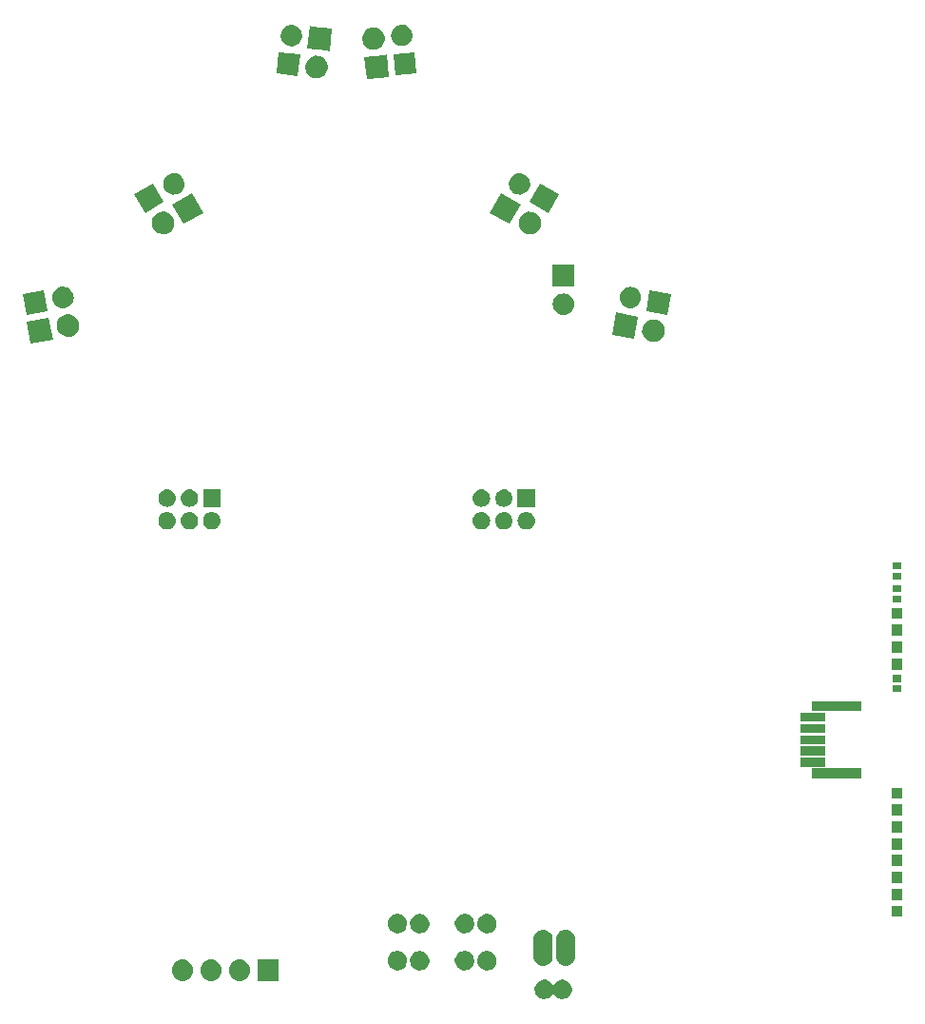
<source format=gbs>
G04 #@! TF.FileFunction,Soldermask,Bot*
%FSLAX46Y46*%
G04 Gerber Fmt 4.6, Leading zero omitted, Abs format (unit mm)*
G04 Created by KiCad (PCBNEW 4.0.1-stable) date 2017/06/23 15:44:35*
%MOMM*%
G01*
G04 APERTURE LIST*
%ADD10C,0.100000*%
G04 APERTURE END LIST*
D10*
G36*
X167790539Y-154838572D02*
X167956136Y-154872564D01*
X168111971Y-154938072D01*
X168252119Y-155032602D01*
X168371237Y-155152555D01*
X168464788Y-155293359D01*
X168529203Y-155449645D01*
X168561971Y-155615133D01*
X168561971Y-155615143D01*
X168562037Y-155615477D01*
X168559341Y-155808560D01*
X168559265Y-155808894D01*
X168559265Y-155808905D01*
X168521891Y-155973406D01*
X168453133Y-156127839D01*
X168355690Y-156265974D01*
X168233266Y-156382556D01*
X168090539Y-156473134D01*
X167932931Y-156534267D01*
X167766454Y-156563620D01*
X167597444Y-156560081D01*
X167432336Y-156523779D01*
X167277431Y-156456103D01*
X167138613Y-156359622D01*
X167021184Y-156238020D01*
X166942877Y-156116511D01*
X166933668Y-156105874D01*
X166921859Y-156098225D01*
X166908387Y-156094168D01*
X166894318Y-156094024D01*
X166880767Y-156097806D01*
X166868805Y-156105214D01*
X166859381Y-156115661D01*
X166855171Y-156123261D01*
X166853133Y-156127840D01*
X166755690Y-156265974D01*
X166633266Y-156382556D01*
X166490539Y-156473134D01*
X166332931Y-156534267D01*
X166166454Y-156563620D01*
X165997444Y-156560081D01*
X165832336Y-156523779D01*
X165677431Y-156456103D01*
X165538613Y-156359622D01*
X165421184Y-156238020D01*
X165329612Y-156095928D01*
X165267381Y-155938752D01*
X165236864Y-155772476D01*
X165239225Y-155603447D01*
X165274371Y-155438097D01*
X165340967Y-155282718D01*
X165436473Y-155143235D01*
X165557254Y-155024957D01*
X165698705Y-154932394D01*
X165855444Y-154869067D01*
X166021493Y-154837392D01*
X166190539Y-154838572D01*
X166356136Y-154872564D01*
X166511971Y-154938072D01*
X166652119Y-155032602D01*
X166771237Y-155152555D01*
X166857694Y-155282682D01*
X166867051Y-155293189D01*
X166878966Y-155300672D01*
X166892493Y-155304541D01*
X166906562Y-155304488D01*
X166920060Y-155300517D01*
X166931917Y-155292943D01*
X166940596Y-155283260D01*
X167036473Y-155143235D01*
X167157254Y-155024957D01*
X167298705Y-154932394D01*
X167455444Y-154869067D01*
X167621493Y-154837392D01*
X167790539Y-154838572D01*
X167790539Y-154838572D01*
G37*
G36*
X134070976Y-153064800D02*
X134070986Y-153064803D01*
X134071024Y-153064807D01*
X134248140Y-153119633D01*
X134411233Y-153207817D01*
X134554092Y-153326001D01*
X134671275Y-153469681D01*
X134758319Y-153633386D01*
X134811907Y-153810880D01*
X134830000Y-153995403D01*
X134830000Y-154004636D01*
X134829922Y-154015839D01*
X134829921Y-154015847D01*
X134829907Y-154017861D01*
X134809240Y-154202113D01*
X134753179Y-154378842D01*
X134663858Y-154541316D01*
X134544680Y-154683346D01*
X134400185Y-154799523D01*
X134235876Y-154885422D01*
X134058012Y-154937770D01*
X134057978Y-154937773D01*
X134057965Y-154937777D01*
X133873371Y-154954577D01*
X133689024Y-154935200D01*
X133689014Y-154935197D01*
X133688976Y-154935193D01*
X133511860Y-154880367D01*
X133348767Y-154792183D01*
X133205908Y-154673999D01*
X133088725Y-154530319D01*
X133001681Y-154366614D01*
X132948093Y-154189120D01*
X132930000Y-154004597D01*
X132930000Y-153995364D01*
X132930078Y-153984161D01*
X132930079Y-153984153D01*
X132930093Y-153982139D01*
X132950760Y-153797887D01*
X133006821Y-153621158D01*
X133096142Y-153458684D01*
X133215320Y-153316654D01*
X133359815Y-153200477D01*
X133524124Y-153114578D01*
X133701988Y-153062230D01*
X133702022Y-153062227D01*
X133702035Y-153062223D01*
X133886629Y-153045423D01*
X134070976Y-153064800D01*
X134070976Y-153064800D01*
G37*
G36*
X136610976Y-153064800D02*
X136610986Y-153064803D01*
X136611024Y-153064807D01*
X136788140Y-153119633D01*
X136951233Y-153207817D01*
X137094092Y-153326001D01*
X137211275Y-153469681D01*
X137298319Y-153633386D01*
X137351907Y-153810880D01*
X137370000Y-153995403D01*
X137370000Y-154004636D01*
X137369922Y-154015839D01*
X137369921Y-154015847D01*
X137369907Y-154017861D01*
X137349240Y-154202113D01*
X137293179Y-154378842D01*
X137203858Y-154541316D01*
X137084680Y-154683346D01*
X136940185Y-154799523D01*
X136775876Y-154885422D01*
X136598012Y-154937770D01*
X136597978Y-154937773D01*
X136597965Y-154937777D01*
X136413371Y-154954577D01*
X136229024Y-154935200D01*
X136229014Y-154935197D01*
X136228976Y-154935193D01*
X136051860Y-154880367D01*
X135888767Y-154792183D01*
X135745908Y-154673999D01*
X135628725Y-154530319D01*
X135541681Y-154366614D01*
X135488093Y-154189120D01*
X135470000Y-154004597D01*
X135470000Y-153995364D01*
X135470078Y-153984161D01*
X135470079Y-153984153D01*
X135470093Y-153982139D01*
X135490760Y-153797887D01*
X135546821Y-153621158D01*
X135636142Y-153458684D01*
X135755320Y-153316654D01*
X135899815Y-153200477D01*
X136064124Y-153114578D01*
X136241988Y-153062230D01*
X136242022Y-153062227D01*
X136242035Y-153062223D01*
X136426629Y-153045423D01*
X136610976Y-153064800D01*
X136610976Y-153064800D01*
G37*
G36*
X139150976Y-153064800D02*
X139150986Y-153064803D01*
X139151024Y-153064807D01*
X139328140Y-153119633D01*
X139491233Y-153207817D01*
X139634092Y-153326001D01*
X139751275Y-153469681D01*
X139838319Y-153633386D01*
X139891907Y-153810880D01*
X139910000Y-153995403D01*
X139910000Y-154004636D01*
X139909922Y-154015839D01*
X139909921Y-154015847D01*
X139909907Y-154017861D01*
X139889240Y-154202113D01*
X139833179Y-154378842D01*
X139743858Y-154541316D01*
X139624680Y-154683346D01*
X139480185Y-154799523D01*
X139315876Y-154885422D01*
X139138012Y-154937770D01*
X139137978Y-154937773D01*
X139137965Y-154937777D01*
X138953371Y-154954577D01*
X138769024Y-154935200D01*
X138769014Y-154935197D01*
X138768976Y-154935193D01*
X138591860Y-154880367D01*
X138428767Y-154792183D01*
X138285908Y-154673999D01*
X138168725Y-154530319D01*
X138081681Y-154366614D01*
X138028093Y-154189120D01*
X138010000Y-154004597D01*
X138010000Y-153995364D01*
X138010078Y-153984161D01*
X138010079Y-153984153D01*
X138010093Y-153982139D01*
X138030760Y-153797887D01*
X138086821Y-153621158D01*
X138176142Y-153458684D01*
X138295320Y-153316654D01*
X138439815Y-153200477D01*
X138604124Y-153114578D01*
X138781988Y-153062230D01*
X138782022Y-153062227D01*
X138782035Y-153062223D01*
X138966629Y-153045423D01*
X139150976Y-153064800D01*
X139150976Y-153064800D01*
G37*
G36*
X142450000Y-154950000D02*
X140550000Y-154950000D01*
X140550000Y-153050000D01*
X142450000Y-153050000D01*
X142450000Y-154950000D01*
X142450000Y-154950000D01*
G37*
G36*
X153090539Y-152288572D02*
X153256136Y-152322564D01*
X153411971Y-152388072D01*
X153552119Y-152482602D01*
X153671237Y-152602555D01*
X153764788Y-152743359D01*
X153829203Y-152899645D01*
X153861971Y-153065133D01*
X153861971Y-153065143D01*
X153862037Y-153065477D01*
X153859341Y-153258560D01*
X153859265Y-153258894D01*
X153859265Y-153258905D01*
X153821891Y-153423406D01*
X153753133Y-153577839D01*
X153655690Y-153715974D01*
X153533266Y-153832556D01*
X153390539Y-153923134D01*
X153232931Y-153984267D01*
X153066454Y-154013620D01*
X152897444Y-154010081D01*
X152732336Y-153973779D01*
X152577431Y-153906103D01*
X152438613Y-153809622D01*
X152321184Y-153688020D01*
X152229612Y-153545928D01*
X152167381Y-153388752D01*
X152136864Y-153222476D01*
X152139225Y-153053447D01*
X152174371Y-152888097D01*
X152240967Y-152732718D01*
X152336473Y-152593235D01*
X152457254Y-152474957D01*
X152598705Y-152382394D01*
X152755444Y-152319067D01*
X152921493Y-152287392D01*
X153090539Y-152288572D01*
X153090539Y-152288572D01*
G37*
G36*
X161090539Y-152288572D02*
X161256136Y-152322564D01*
X161411971Y-152388072D01*
X161552119Y-152482602D01*
X161671237Y-152602555D01*
X161764788Y-152743359D01*
X161829203Y-152899645D01*
X161861971Y-153065133D01*
X161861971Y-153065143D01*
X161862037Y-153065477D01*
X161859341Y-153258560D01*
X161859265Y-153258894D01*
X161859265Y-153258905D01*
X161821891Y-153423406D01*
X161753133Y-153577839D01*
X161655690Y-153715974D01*
X161533266Y-153832556D01*
X161390539Y-153923134D01*
X161232931Y-153984267D01*
X161066454Y-154013620D01*
X160897444Y-154010081D01*
X160732336Y-153973779D01*
X160577431Y-153906103D01*
X160438613Y-153809622D01*
X160321184Y-153688020D01*
X160229612Y-153545928D01*
X160167381Y-153388752D01*
X160136864Y-153222476D01*
X160139225Y-153053447D01*
X160174371Y-152888097D01*
X160240967Y-152732718D01*
X160336473Y-152593235D01*
X160457254Y-152474957D01*
X160598705Y-152382394D01*
X160755444Y-152319067D01*
X160921493Y-152287392D01*
X161090539Y-152288572D01*
X161090539Y-152288572D01*
G37*
G36*
X159090539Y-152288572D02*
X159256136Y-152322564D01*
X159411971Y-152388072D01*
X159552119Y-152482602D01*
X159671237Y-152602555D01*
X159764788Y-152743359D01*
X159829203Y-152899645D01*
X159861971Y-153065133D01*
X159861971Y-153065143D01*
X159862037Y-153065477D01*
X159859341Y-153258560D01*
X159859265Y-153258894D01*
X159859265Y-153258905D01*
X159821891Y-153423406D01*
X159753133Y-153577839D01*
X159655690Y-153715974D01*
X159533266Y-153832556D01*
X159390539Y-153923134D01*
X159232931Y-153984267D01*
X159066454Y-154013620D01*
X158897444Y-154010081D01*
X158732336Y-153973779D01*
X158577431Y-153906103D01*
X158438613Y-153809622D01*
X158321184Y-153688020D01*
X158229612Y-153545928D01*
X158167381Y-153388752D01*
X158136864Y-153222476D01*
X158139225Y-153053447D01*
X158174371Y-152888097D01*
X158240967Y-152732718D01*
X158336473Y-152593235D01*
X158457254Y-152474957D01*
X158598705Y-152382394D01*
X158755444Y-152319067D01*
X158921493Y-152287392D01*
X159090539Y-152288572D01*
X159090539Y-152288572D01*
G37*
G36*
X155090539Y-152288572D02*
X155256136Y-152322564D01*
X155411971Y-152388072D01*
X155552119Y-152482602D01*
X155671237Y-152602555D01*
X155764788Y-152743359D01*
X155829203Y-152899645D01*
X155861971Y-153065133D01*
X155861971Y-153065143D01*
X155862037Y-153065477D01*
X155859341Y-153258560D01*
X155859265Y-153258894D01*
X155859265Y-153258905D01*
X155821891Y-153423406D01*
X155753133Y-153577839D01*
X155655690Y-153715974D01*
X155533266Y-153832556D01*
X155390539Y-153923134D01*
X155232931Y-153984267D01*
X155066454Y-154013620D01*
X154897444Y-154010081D01*
X154732336Y-153973779D01*
X154577431Y-153906103D01*
X154438613Y-153809622D01*
X154321184Y-153688020D01*
X154229612Y-153545928D01*
X154167381Y-153388752D01*
X154136864Y-153222476D01*
X154139225Y-153053447D01*
X154174371Y-152888097D01*
X154240967Y-152732718D01*
X154336473Y-152593235D01*
X154457254Y-152474957D01*
X154598705Y-152382394D01*
X154755444Y-152319067D01*
X154921493Y-152287392D01*
X155090539Y-152288572D01*
X155090539Y-152288572D01*
G37*
G36*
X166171493Y-150402150D02*
X166171502Y-150402153D01*
X166171542Y-150402157D01*
X166330593Y-150451391D01*
X166477053Y-150530582D01*
X166605342Y-150636712D01*
X166710573Y-150765738D01*
X166788739Y-150912747D01*
X166836863Y-151072139D01*
X166853110Y-151237842D01*
X166853110Y-152762158D01*
X166853027Y-152774069D01*
X166834467Y-152939530D01*
X166784124Y-153098234D01*
X166703913Y-153244137D01*
X166596890Y-153371682D01*
X166467132Y-153476010D01*
X166319581Y-153553148D01*
X166159857Y-153600157D01*
X166159823Y-153600160D01*
X166159810Y-153600164D01*
X165994046Y-153615250D01*
X165828507Y-153597850D01*
X165828498Y-153597847D01*
X165828458Y-153597843D01*
X165669407Y-153548609D01*
X165522947Y-153469418D01*
X165394658Y-153363288D01*
X165289427Y-153234262D01*
X165211261Y-153087253D01*
X165163137Y-152927861D01*
X165146890Y-152762158D01*
X165146890Y-151237842D01*
X165146973Y-151225931D01*
X165165533Y-151060470D01*
X165215876Y-150901766D01*
X165296087Y-150755863D01*
X165403110Y-150628318D01*
X165532868Y-150523990D01*
X165680419Y-150446852D01*
X165840143Y-150399843D01*
X165840177Y-150399840D01*
X165840190Y-150399836D01*
X166005954Y-150384750D01*
X166171493Y-150402150D01*
X166171493Y-150402150D01*
G37*
G36*
X168171493Y-150402150D02*
X168171502Y-150402153D01*
X168171542Y-150402157D01*
X168330593Y-150451391D01*
X168477053Y-150530582D01*
X168605342Y-150636712D01*
X168710573Y-150765738D01*
X168788739Y-150912747D01*
X168836863Y-151072139D01*
X168853110Y-151237842D01*
X168853110Y-152762158D01*
X168853027Y-152774069D01*
X168834467Y-152939530D01*
X168784124Y-153098234D01*
X168703913Y-153244137D01*
X168596890Y-153371682D01*
X168467132Y-153476010D01*
X168319581Y-153553148D01*
X168159857Y-153600157D01*
X168159823Y-153600160D01*
X168159810Y-153600164D01*
X167994046Y-153615250D01*
X167828507Y-153597850D01*
X167828498Y-153597847D01*
X167828458Y-153597843D01*
X167669407Y-153548609D01*
X167522947Y-153469418D01*
X167394658Y-153363288D01*
X167289427Y-153234262D01*
X167211261Y-153087253D01*
X167163137Y-152927861D01*
X167146890Y-152762158D01*
X167146890Y-151237842D01*
X167146973Y-151225931D01*
X167165533Y-151060470D01*
X167215876Y-150901766D01*
X167296087Y-150755863D01*
X167403110Y-150628318D01*
X167532868Y-150523990D01*
X167680419Y-150446852D01*
X167840143Y-150399843D01*
X167840177Y-150399840D01*
X167840190Y-150399836D01*
X168005954Y-150384750D01*
X168171493Y-150402150D01*
X168171493Y-150402150D01*
G37*
G36*
X153090539Y-148988572D02*
X153256136Y-149022564D01*
X153411971Y-149088072D01*
X153552119Y-149182602D01*
X153671237Y-149302555D01*
X153764788Y-149443359D01*
X153829203Y-149599645D01*
X153861971Y-149765133D01*
X153861971Y-149765143D01*
X153862037Y-149765477D01*
X153859341Y-149958560D01*
X153859265Y-149958894D01*
X153859265Y-149958905D01*
X153821891Y-150123406D01*
X153753133Y-150277839D01*
X153655690Y-150415974D01*
X153533266Y-150532556D01*
X153390539Y-150623134D01*
X153232931Y-150684267D01*
X153066454Y-150713620D01*
X152897444Y-150710081D01*
X152732336Y-150673779D01*
X152577431Y-150606103D01*
X152438613Y-150509622D01*
X152321184Y-150388020D01*
X152229612Y-150245928D01*
X152167381Y-150088752D01*
X152136864Y-149922476D01*
X152139225Y-149753447D01*
X152174371Y-149588097D01*
X152240967Y-149432718D01*
X152336473Y-149293235D01*
X152457254Y-149174957D01*
X152598705Y-149082394D01*
X152755444Y-149019067D01*
X152921493Y-148987392D01*
X153090539Y-148988572D01*
X153090539Y-148988572D01*
G37*
G36*
X155090539Y-148988572D02*
X155256136Y-149022564D01*
X155411971Y-149088072D01*
X155552119Y-149182602D01*
X155671237Y-149302555D01*
X155764788Y-149443359D01*
X155829203Y-149599645D01*
X155861971Y-149765133D01*
X155861971Y-149765143D01*
X155862037Y-149765477D01*
X155859341Y-149958560D01*
X155859265Y-149958894D01*
X155859265Y-149958905D01*
X155821891Y-150123406D01*
X155753133Y-150277839D01*
X155655690Y-150415974D01*
X155533266Y-150532556D01*
X155390539Y-150623134D01*
X155232931Y-150684267D01*
X155066454Y-150713620D01*
X154897444Y-150710081D01*
X154732336Y-150673779D01*
X154577431Y-150606103D01*
X154438613Y-150509622D01*
X154321184Y-150388020D01*
X154229612Y-150245928D01*
X154167381Y-150088752D01*
X154136864Y-149922476D01*
X154139225Y-149753447D01*
X154174371Y-149588097D01*
X154240967Y-149432718D01*
X154336473Y-149293235D01*
X154457254Y-149174957D01*
X154598705Y-149082394D01*
X154755444Y-149019067D01*
X154921493Y-148987392D01*
X155090539Y-148988572D01*
X155090539Y-148988572D01*
G37*
G36*
X159090539Y-148988572D02*
X159256136Y-149022564D01*
X159411971Y-149088072D01*
X159552119Y-149182602D01*
X159671237Y-149302555D01*
X159764788Y-149443359D01*
X159829203Y-149599645D01*
X159861971Y-149765133D01*
X159861971Y-149765143D01*
X159862037Y-149765477D01*
X159859341Y-149958560D01*
X159859265Y-149958894D01*
X159859265Y-149958905D01*
X159821891Y-150123406D01*
X159753133Y-150277839D01*
X159655690Y-150415974D01*
X159533266Y-150532556D01*
X159390539Y-150623134D01*
X159232931Y-150684267D01*
X159066454Y-150713620D01*
X158897444Y-150710081D01*
X158732336Y-150673779D01*
X158577431Y-150606103D01*
X158438613Y-150509622D01*
X158321184Y-150388020D01*
X158229612Y-150245928D01*
X158167381Y-150088752D01*
X158136864Y-149922476D01*
X158139225Y-149753447D01*
X158174371Y-149588097D01*
X158240967Y-149432718D01*
X158336473Y-149293235D01*
X158457254Y-149174957D01*
X158598705Y-149082394D01*
X158755444Y-149019067D01*
X158921493Y-148987392D01*
X159090539Y-148988572D01*
X159090539Y-148988572D01*
G37*
G36*
X161090539Y-148988572D02*
X161256136Y-149022564D01*
X161411971Y-149088072D01*
X161552119Y-149182602D01*
X161671237Y-149302555D01*
X161764788Y-149443359D01*
X161829203Y-149599645D01*
X161861971Y-149765133D01*
X161861971Y-149765143D01*
X161862037Y-149765477D01*
X161859341Y-149958560D01*
X161859265Y-149958894D01*
X161859265Y-149958905D01*
X161821891Y-150123406D01*
X161753133Y-150277839D01*
X161655690Y-150415974D01*
X161533266Y-150532556D01*
X161390539Y-150623134D01*
X161232931Y-150684267D01*
X161066454Y-150713620D01*
X160897444Y-150710081D01*
X160732336Y-150673779D01*
X160577431Y-150606103D01*
X160438613Y-150509622D01*
X160321184Y-150388020D01*
X160229612Y-150245928D01*
X160167381Y-150088752D01*
X160136864Y-149922476D01*
X160139225Y-149753447D01*
X160174371Y-149588097D01*
X160240967Y-149432718D01*
X160336473Y-149293235D01*
X160457254Y-149174957D01*
X160598705Y-149082394D01*
X160755444Y-149019067D01*
X160921493Y-148987392D01*
X161090539Y-148988572D01*
X161090539Y-148988572D01*
G37*
G36*
X197975000Y-149250000D02*
X197025000Y-149250000D01*
X197025000Y-148250000D01*
X197975000Y-148250000D01*
X197975000Y-149250000D01*
X197975000Y-149250000D01*
G37*
G36*
X197975000Y-147750000D02*
X197025000Y-147750000D01*
X197025000Y-146750000D01*
X197975000Y-146750000D01*
X197975000Y-147750000D01*
X197975000Y-147750000D01*
G37*
G36*
X197975000Y-146250000D02*
X197025000Y-146250000D01*
X197025000Y-145250000D01*
X197975000Y-145250000D01*
X197975000Y-146250000D01*
X197975000Y-146250000D01*
G37*
G36*
X197975000Y-144750000D02*
X197025000Y-144750000D01*
X197025000Y-143750000D01*
X197975000Y-143750000D01*
X197975000Y-144750000D01*
X197975000Y-144750000D01*
G37*
G36*
X197975000Y-143250000D02*
X197025000Y-143250000D01*
X197025000Y-142250000D01*
X197975000Y-142250000D01*
X197975000Y-143250000D01*
X197975000Y-143250000D01*
G37*
G36*
X197975000Y-141750000D02*
X197025000Y-141750000D01*
X197025000Y-140750000D01*
X197975000Y-140750000D01*
X197975000Y-141750000D01*
X197975000Y-141750000D01*
G37*
G36*
X197975000Y-140250000D02*
X197025000Y-140250000D01*
X197025000Y-139250000D01*
X197975000Y-139250000D01*
X197975000Y-140250000D01*
X197975000Y-140250000D01*
G37*
G36*
X197975000Y-138750000D02*
X197025000Y-138750000D01*
X197025000Y-137750000D01*
X197975000Y-137750000D01*
X197975000Y-138750000D01*
X197975000Y-138750000D01*
G37*
G36*
X194300000Y-136950000D02*
X189900000Y-136950000D01*
X189900000Y-136050000D01*
X194300000Y-136050000D01*
X194300000Y-136950000D01*
X194300000Y-136950000D01*
G37*
G36*
X191100000Y-135900000D02*
X188900000Y-135900000D01*
X188900000Y-135100000D01*
X191100000Y-135100000D01*
X191100000Y-135900000D01*
X191100000Y-135900000D01*
G37*
G36*
X191100000Y-134900000D02*
X188900000Y-134900000D01*
X188900000Y-134100000D01*
X191100000Y-134100000D01*
X191100000Y-134900000D01*
X191100000Y-134900000D01*
G37*
G36*
X191100000Y-133900000D02*
X188900000Y-133900000D01*
X188900000Y-133100000D01*
X191100000Y-133100000D01*
X191100000Y-133900000D01*
X191100000Y-133900000D01*
G37*
G36*
X191100000Y-132900000D02*
X188900000Y-132900000D01*
X188900000Y-132100000D01*
X191100000Y-132100000D01*
X191100000Y-132900000D01*
X191100000Y-132900000D01*
G37*
G36*
X191100000Y-131900000D02*
X188900000Y-131900000D01*
X188900000Y-131100000D01*
X191100000Y-131100000D01*
X191100000Y-131900000D01*
X191100000Y-131900000D01*
G37*
G36*
X194300000Y-130950000D02*
X189900000Y-130950000D01*
X189900000Y-130050000D01*
X194300000Y-130050000D01*
X194300000Y-130950000D01*
X194300000Y-130950000D01*
G37*
G36*
X197900000Y-129250000D02*
X197100000Y-129250000D01*
X197100000Y-128650000D01*
X197900000Y-128650000D01*
X197900000Y-129250000D01*
X197900000Y-129250000D01*
G37*
G36*
X197900000Y-128350000D02*
X197100000Y-128350000D01*
X197100000Y-127750000D01*
X197900000Y-127750000D01*
X197900000Y-128350000D01*
X197900000Y-128350000D01*
G37*
G36*
X197975000Y-127250000D02*
X197025000Y-127250000D01*
X197025000Y-126250000D01*
X197975000Y-126250000D01*
X197975000Y-127250000D01*
X197975000Y-127250000D01*
G37*
G36*
X197975000Y-125750000D02*
X197025000Y-125750000D01*
X197025000Y-124750000D01*
X197975000Y-124750000D01*
X197975000Y-125750000D01*
X197975000Y-125750000D01*
G37*
G36*
X197975000Y-124250000D02*
X197025000Y-124250000D01*
X197025000Y-123250000D01*
X197975000Y-123250000D01*
X197975000Y-124250000D01*
X197975000Y-124250000D01*
G37*
G36*
X197975000Y-122750000D02*
X197025000Y-122750000D01*
X197025000Y-121750000D01*
X197975000Y-121750000D01*
X197975000Y-122750000D01*
X197975000Y-122750000D01*
G37*
G36*
X197900000Y-121250000D02*
X197100000Y-121250000D01*
X197100000Y-120650000D01*
X197900000Y-120650000D01*
X197900000Y-121250000D01*
X197900000Y-121250000D01*
G37*
G36*
X197900000Y-120350000D02*
X197100000Y-120350000D01*
X197100000Y-119750000D01*
X197900000Y-119750000D01*
X197900000Y-120350000D01*
X197900000Y-120350000D01*
G37*
G36*
X197900000Y-119250000D02*
X197100000Y-119250000D01*
X197100000Y-118650000D01*
X197900000Y-118650000D01*
X197900000Y-119250000D01*
X197900000Y-119250000D01*
G37*
G36*
X197900000Y-118350000D02*
X197100000Y-118350000D01*
X197100000Y-117750000D01*
X197900000Y-117750000D01*
X197900000Y-118350000D01*
X197900000Y-118350000D01*
G37*
G36*
X164655785Y-113237071D02*
X164655798Y-113237075D01*
X164655835Y-113237079D01*
X164800325Y-113281806D01*
X164933375Y-113353746D01*
X165049917Y-113450158D01*
X165145514Y-113567372D01*
X165216523Y-113700920D01*
X165260240Y-113845718D01*
X165275000Y-113996250D01*
X165275000Y-114003789D01*
X165274939Y-114012548D01*
X165274938Y-114012556D01*
X165274924Y-114014571D01*
X165258064Y-114164882D01*
X165212330Y-114309055D01*
X165139463Y-114441599D01*
X165042239Y-114557466D01*
X164924361Y-114652242D01*
X164790320Y-114722317D01*
X164645221Y-114765023D01*
X164645187Y-114765026D01*
X164645174Y-114765030D01*
X164494591Y-114778734D01*
X164344215Y-114762929D01*
X164344202Y-114762925D01*
X164344165Y-114762921D01*
X164199675Y-114718194D01*
X164066625Y-114646254D01*
X163950083Y-114549842D01*
X163854486Y-114432628D01*
X163783477Y-114299080D01*
X163739760Y-114154282D01*
X163725000Y-114003750D01*
X163725000Y-113996211D01*
X163725061Y-113987452D01*
X163725062Y-113987444D01*
X163725076Y-113985429D01*
X163741936Y-113835118D01*
X163787670Y-113690945D01*
X163860537Y-113558401D01*
X163957761Y-113442534D01*
X164075639Y-113347758D01*
X164209680Y-113277683D01*
X164354779Y-113234977D01*
X164354813Y-113234974D01*
X164354826Y-113234970D01*
X164505409Y-113221266D01*
X164655785Y-113237071D01*
X164655785Y-113237071D01*
G37*
G36*
X132655785Y-113237071D02*
X132655798Y-113237075D01*
X132655835Y-113237079D01*
X132800325Y-113281806D01*
X132933375Y-113353746D01*
X133049917Y-113450158D01*
X133145514Y-113567372D01*
X133216523Y-113700920D01*
X133260240Y-113845718D01*
X133275000Y-113996250D01*
X133275000Y-114003789D01*
X133274939Y-114012548D01*
X133274938Y-114012556D01*
X133274924Y-114014571D01*
X133258064Y-114164882D01*
X133212330Y-114309055D01*
X133139463Y-114441599D01*
X133042239Y-114557466D01*
X132924361Y-114652242D01*
X132790320Y-114722317D01*
X132645221Y-114765023D01*
X132645187Y-114765026D01*
X132645174Y-114765030D01*
X132494591Y-114778734D01*
X132344215Y-114762929D01*
X132344202Y-114762925D01*
X132344165Y-114762921D01*
X132199675Y-114718194D01*
X132066625Y-114646254D01*
X131950083Y-114549842D01*
X131854486Y-114432628D01*
X131783477Y-114299080D01*
X131739760Y-114154282D01*
X131725000Y-114003750D01*
X131725000Y-113996211D01*
X131725061Y-113987452D01*
X131725062Y-113987444D01*
X131725076Y-113985429D01*
X131741936Y-113835118D01*
X131787670Y-113690945D01*
X131860537Y-113558401D01*
X131957761Y-113442534D01*
X132075639Y-113347758D01*
X132209680Y-113277683D01*
X132354779Y-113234977D01*
X132354813Y-113234974D01*
X132354826Y-113234970D01*
X132505409Y-113221266D01*
X132655785Y-113237071D01*
X132655785Y-113237071D01*
G37*
G36*
X162655785Y-113237071D02*
X162655798Y-113237075D01*
X162655835Y-113237079D01*
X162800325Y-113281806D01*
X162933375Y-113353746D01*
X163049917Y-113450158D01*
X163145514Y-113567372D01*
X163216523Y-113700920D01*
X163260240Y-113845718D01*
X163275000Y-113996250D01*
X163275000Y-114003789D01*
X163274939Y-114012548D01*
X163274938Y-114012556D01*
X163274924Y-114014571D01*
X163258064Y-114164882D01*
X163212330Y-114309055D01*
X163139463Y-114441599D01*
X163042239Y-114557466D01*
X162924361Y-114652242D01*
X162790320Y-114722317D01*
X162645221Y-114765023D01*
X162645187Y-114765026D01*
X162645174Y-114765030D01*
X162494591Y-114778734D01*
X162344215Y-114762929D01*
X162344202Y-114762925D01*
X162344165Y-114762921D01*
X162199675Y-114718194D01*
X162066625Y-114646254D01*
X161950083Y-114549842D01*
X161854486Y-114432628D01*
X161783477Y-114299080D01*
X161739760Y-114154282D01*
X161725000Y-114003750D01*
X161725000Y-113996211D01*
X161725061Y-113987452D01*
X161725062Y-113987444D01*
X161725076Y-113985429D01*
X161741936Y-113835118D01*
X161787670Y-113690945D01*
X161860537Y-113558401D01*
X161957761Y-113442534D01*
X162075639Y-113347758D01*
X162209680Y-113277683D01*
X162354779Y-113234977D01*
X162354813Y-113234974D01*
X162354826Y-113234970D01*
X162505409Y-113221266D01*
X162655785Y-113237071D01*
X162655785Y-113237071D01*
G37*
G36*
X136655785Y-113237071D02*
X136655798Y-113237075D01*
X136655835Y-113237079D01*
X136800325Y-113281806D01*
X136933375Y-113353746D01*
X137049917Y-113450158D01*
X137145514Y-113567372D01*
X137216523Y-113700920D01*
X137260240Y-113845718D01*
X137275000Y-113996250D01*
X137275000Y-114003789D01*
X137274939Y-114012548D01*
X137274938Y-114012556D01*
X137274924Y-114014571D01*
X137258064Y-114164882D01*
X137212330Y-114309055D01*
X137139463Y-114441599D01*
X137042239Y-114557466D01*
X136924361Y-114652242D01*
X136790320Y-114722317D01*
X136645221Y-114765023D01*
X136645187Y-114765026D01*
X136645174Y-114765030D01*
X136494591Y-114778734D01*
X136344215Y-114762929D01*
X136344202Y-114762925D01*
X136344165Y-114762921D01*
X136199675Y-114718194D01*
X136066625Y-114646254D01*
X135950083Y-114549842D01*
X135854486Y-114432628D01*
X135783477Y-114299080D01*
X135739760Y-114154282D01*
X135725000Y-114003750D01*
X135725000Y-113996211D01*
X135725061Y-113987452D01*
X135725062Y-113987444D01*
X135725076Y-113985429D01*
X135741936Y-113835118D01*
X135787670Y-113690945D01*
X135860537Y-113558401D01*
X135957761Y-113442534D01*
X136075639Y-113347758D01*
X136209680Y-113277683D01*
X136354779Y-113234977D01*
X136354813Y-113234974D01*
X136354826Y-113234970D01*
X136505409Y-113221266D01*
X136655785Y-113237071D01*
X136655785Y-113237071D01*
G37*
G36*
X160655785Y-113237071D02*
X160655798Y-113237075D01*
X160655835Y-113237079D01*
X160800325Y-113281806D01*
X160933375Y-113353746D01*
X161049917Y-113450158D01*
X161145514Y-113567372D01*
X161216523Y-113700920D01*
X161260240Y-113845718D01*
X161275000Y-113996250D01*
X161275000Y-114003789D01*
X161274939Y-114012548D01*
X161274938Y-114012556D01*
X161274924Y-114014571D01*
X161258064Y-114164882D01*
X161212330Y-114309055D01*
X161139463Y-114441599D01*
X161042239Y-114557466D01*
X160924361Y-114652242D01*
X160790320Y-114722317D01*
X160645221Y-114765023D01*
X160645187Y-114765026D01*
X160645174Y-114765030D01*
X160494591Y-114778734D01*
X160344215Y-114762929D01*
X160344202Y-114762925D01*
X160344165Y-114762921D01*
X160199675Y-114718194D01*
X160066625Y-114646254D01*
X159950083Y-114549842D01*
X159854486Y-114432628D01*
X159783477Y-114299080D01*
X159739760Y-114154282D01*
X159725000Y-114003750D01*
X159725000Y-113996211D01*
X159725061Y-113987452D01*
X159725062Y-113987444D01*
X159725076Y-113985429D01*
X159741936Y-113835118D01*
X159787670Y-113690945D01*
X159860537Y-113558401D01*
X159957761Y-113442534D01*
X160075639Y-113347758D01*
X160209680Y-113277683D01*
X160354779Y-113234977D01*
X160354813Y-113234974D01*
X160354826Y-113234970D01*
X160505409Y-113221266D01*
X160655785Y-113237071D01*
X160655785Y-113237071D01*
G37*
G36*
X134655785Y-113237071D02*
X134655798Y-113237075D01*
X134655835Y-113237079D01*
X134800325Y-113281806D01*
X134933375Y-113353746D01*
X135049917Y-113450158D01*
X135145514Y-113567372D01*
X135216523Y-113700920D01*
X135260240Y-113845718D01*
X135275000Y-113996250D01*
X135275000Y-114003789D01*
X135274939Y-114012548D01*
X135274938Y-114012556D01*
X135274924Y-114014571D01*
X135258064Y-114164882D01*
X135212330Y-114309055D01*
X135139463Y-114441599D01*
X135042239Y-114557466D01*
X134924361Y-114652242D01*
X134790320Y-114722317D01*
X134645221Y-114765023D01*
X134645187Y-114765026D01*
X134645174Y-114765030D01*
X134494591Y-114778734D01*
X134344215Y-114762929D01*
X134344202Y-114762925D01*
X134344165Y-114762921D01*
X134199675Y-114718194D01*
X134066625Y-114646254D01*
X133950083Y-114549842D01*
X133854486Y-114432628D01*
X133783477Y-114299080D01*
X133739760Y-114154282D01*
X133725000Y-114003750D01*
X133725000Y-113996211D01*
X133725061Y-113987452D01*
X133725062Y-113987444D01*
X133725076Y-113985429D01*
X133741936Y-113835118D01*
X133787670Y-113690945D01*
X133860537Y-113558401D01*
X133957761Y-113442534D01*
X134075639Y-113347758D01*
X134209680Y-113277683D01*
X134354779Y-113234977D01*
X134354813Y-113234974D01*
X134354826Y-113234970D01*
X134505409Y-113221266D01*
X134655785Y-113237071D01*
X134655785Y-113237071D01*
G37*
G36*
X132655785Y-111237071D02*
X132655798Y-111237075D01*
X132655835Y-111237079D01*
X132800325Y-111281806D01*
X132933375Y-111353746D01*
X133049917Y-111450158D01*
X133145514Y-111567372D01*
X133216523Y-111700920D01*
X133260240Y-111845718D01*
X133275000Y-111996250D01*
X133275000Y-112003789D01*
X133274939Y-112012548D01*
X133274938Y-112012556D01*
X133274924Y-112014571D01*
X133258064Y-112164882D01*
X133212330Y-112309055D01*
X133139463Y-112441599D01*
X133042239Y-112557466D01*
X132924361Y-112652242D01*
X132790320Y-112722317D01*
X132645221Y-112765023D01*
X132645187Y-112765026D01*
X132645174Y-112765030D01*
X132494591Y-112778734D01*
X132344215Y-112762929D01*
X132344202Y-112762925D01*
X132344165Y-112762921D01*
X132199675Y-112718194D01*
X132066625Y-112646254D01*
X131950083Y-112549842D01*
X131854486Y-112432628D01*
X131783477Y-112299080D01*
X131739760Y-112154282D01*
X131725000Y-112003750D01*
X131725000Y-111996211D01*
X131725061Y-111987452D01*
X131725062Y-111987444D01*
X131725076Y-111985429D01*
X131741936Y-111835118D01*
X131787670Y-111690945D01*
X131860537Y-111558401D01*
X131957761Y-111442534D01*
X132075639Y-111347758D01*
X132209680Y-111277683D01*
X132354779Y-111234977D01*
X132354813Y-111234974D01*
X132354826Y-111234970D01*
X132505409Y-111221266D01*
X132655785Y-111237071D01*
X132655785Y-111237071D01*
G37*
G36*
X134655785Y-111237071D02*
X134655798Y-111237075D01*
X134655835Y-111237079D01*
X134800325Y-111281806D01*
X134933375Y-111353746D01*
X135049917Y-111450158D01*
X135145514Y-111567372D01*
X135216523Y-111700920D01*
X135260240Y-111845718D01*
X135275000Y-111996250D01*
X135275000Y-112003789D01*
X135274939Y-112012548D01*
X135274938Y-112012556D01*
X135274924Y-112014571D01*
X135258064Y-112164882D01*
X135212330Y-112309055D01*
X135139463Y-112441599D01*
X135042239Y-112557466D01*
X134924361Y-112652242D01*
X134790320Y-112722317D01*
X134645221Y-112765023D01*
X134645187Y-112765026D01*
X134645174Y-112765030D01*
X134494591Y-112778734D01*
X134344215Y-112762929D01*
X134344202Y-112762925D01*
X134344165Y-112762921D01*
X134199675Y-112718194D01*
X134066625Y-112646254D01*
X133950083Y-112549842D01*
X133854486Y-112432628D01*
X133783477Y-112299080D01*
X133739760Y-112154282D01*
X133725000Y-112003750D01*
X133725000Y-111996211D01*
X133725061Y-111987452D01*
X133725062Y-111987444D01*
X133725076Y-111985429D01*
X133741936Y-111835118D01*
X133787670Y-111690945D01*
X133860537Y-111558401D01*
X133957761Y-111442534D01*
X134075639Y-111347758D01*
X134209680Y-111277683D01*
X134354779Y-111234977D01*
X134354813Y-111234974D01*
X134354826Y-111234970D01*
X134505409Y-111221266D01*
X134655785Y-111237071D01*
X134655785Y-111237071D01*
G37*
G36*
X160655785Y-111237071D02*
X160655798Y-111237075D01*
X160655835Y-111237079D01*
X160800325Y-111281806D01*
X160933375Y-111353746D01*
X161049917Y-111450158D01*
X161145514Y-111567372D01*
X161216523Y-111700920D01*
X161260240Y-111845718D01*
X161275000Y-111996250D01*
X161275000Y-112003789D01*
X161274939Y-112012548D01*
X161274938Y-112012556D01*
X161274924Y-112014571D01*
X161258064Y-112164882D01*
X161212330Y-112309055D01*
X161139463Y-112441599D01*
X161042239Y-112557466D01*
X160924361Y-112652242D01*
X160790320Y-112722317D01*
X160645221Y-112765023D01*
X160645187Y-112765026D01*
X160645174Y-112765030D01*
X160494591Y-112778734D01*
X160344215Y-112762929D01*
X160344202Y-112762925D01*
X160344165Y-112762921D01*
X160199675Y-112718194D01*
X160066625Y-112646254D01*
X159950083Y-112549842D01*
X159854486Y-112432628D01*
X159783477Y-112299080D01*
X159739760Y-112154282D01*
X159725000Y-112003750D01*
X159725000Y-111996211D01*
X159725061Y-111987452D01*
X159725062Y-111987444D01*
X159725076Y-111985429D01*
X159741936Y-111835118D01*
X159787670Y-111690945D01*
X159860537Y-111558401D01*
X159957761Y-111442534D01*
X160075639Y-111347758D01*
X160209680Y-111277683D01*
X160354779Y-111234977D01*
X160354813Y-111234974D01*
X160354826Y-111234970D01*
X160505409Y-111221266D01*
X160655785Y-111237071D01*
X160655785Y-111237071D01*
G37*
G36*
X162655785Y-111237071D02*
X162655798Y-111237075D01*
X162655835Y-111237079D01*
X162800325Y-111281806D01*
X162933375Y-111353746D01*
X163049917Y-111450158D01*
X163145514Y-111567372D01*
X163216523Y-111700920D01*
X163260240Y-111845718D01*
X163275000Y-111996250D01*
X163275000Y-112003789D01*
X163274939Y-112012548D01*
X163274938Y-112012556D01*
X163274924Y-112014571D01*
X163258064Y-112164882D01*
X163212330Y-112309055D01*
X163139463Y-112441599D01*
X163042239Y-112557466D01*
X162924361Y-112652242D01*
X162790320Y-112722317D01*
X162645221Y-112765023D01*
X162645187Y-112765026D01*
X162645174Y-112765030D01*
X162494591Y-112778734D01*
X162344215Y-112762929D01*
X162344202Y-112762925D01*
X162344165Y-112762921D01*
X162199675Y-112718194D01*
X162066625Y-112646254D01*
X161950083Y-112549842D01*
X161854486Y-112432628D01*
X161783477Y-112299080D01*
X161739760Y-112154282D01*
X161725000Y-112003750D01*
X161725000Y-111996211D01*
X161725061Y-111987452D01*
X161725062Y-111987444D01*
X161725076Y-111985429D01*
X161741936Y-111835118D01*
X161787670Y-111690945D01*
X161860537Y-111558401D01*
X161957761Y-111442534D01*
X162075639Y-111347758D01*
X162209680Y-111277683D01*
X162354779Y-111234977D01*
X162354813Y-111234974D01*
X162354826Y-111234970D01*
X162505409Y-111221266D01*
X162655785Y-111237071D01*
X162655785Y-111237071D01*
G37*
G36*
X137275000Y-112775000D02*
X135725000Y-112775000D01*
X135725000Y-111225000D01*
X137275000Y-111225000D01*
X137275000Y-112775000D01*
X137275000Y-112775000D01*
G37*
G36*
X165275000Y-112775000D02*
X163725000Y-112775000D01*
X163725000Y-111225000D01*
X165275000Y-111225000D01*
X165275000Y-112775000D01*
X165275000Y-112775000D01*
G37*
G36*
X122328457Y-97901160D02*
X120358840Y-98248457D01*
X120011543Y-96278840D01*
X121981160Y-95931543D01*
X122328457Y-97901160D01*
X122328457Y-97901160D01*
G37*
G36*
X175926446Y-96091730D02*
X176118553Y-96131164D01*
X176299337Y-96207159D01*
X176461921Y-96316822D01*
X176600109Y-96455979D01*
X176708635Y-96619322D01*
X176783366Y-96800633D01*
X176821390Y-96992667D01*
X176821390Y-96992682D01*
X176821455Y-96993011D01*
X176818328Y-97217006D01*
X176818251Y-97217344D01*
X176818251Y-97217352D01*
X176774883Y-97408241D01*
X176695117Y-97587399D01*
X176582073Y-97747649D01*
X176440051Y-97882894D01*
X176274473Y-97987972D01*
X176091633Y-98058893D01*
X175898505Y-98092945D01*
X175702437Y-98088839D01*
X175510897Y-98046726D01*
X175331191Y-97968213D01*
X175170154Y-97856291D01*
X175033923Y-97715219D01*
X174927691Y-97550379D01*
X174855497Y-97368040D01*
X174820094Y-97175146D01*
X174822833Y-96979056D01*
X174863606Y-96787234D01*
X174940863Y-96606980D01*
X175051659Y-96445167D01*
X175191776Y-96307953D01*
X175355873Y-96200571D01*
X175537704Y-96127107D01*
X175730337Y-96090360D01*
X175926446Y-96091730D01*
X175926446Y-96091730D01*
G37*
G36*
X174478457Y-95838840D02*
X174131160Y-97808457D01*
X172161543Y-97461160D01*
X172508840Y-95491543D01*
X174478457Y-95838840D01*
X174478457Y-95838840D01*
G37*
G36*
X123776446Y-95649598D02*
X123968553Y-95689032D01*
X124149337Y-95765027D01*
X124311921Y-95874690D01*
X124450109Y-96013847D01*
X124558635Y-96177190D01*
X124633366Y-96358501D01*
X124671390Y-96550535D01*
X124671390Y-96550550D01*
X124671455Y-96550879D01*
X124668328Y-96774874D01*
X124668251Y-96775212D01*
X124668251Y-96775220D01*
X124624883Y-96966109D01*
X124545117Y-97145267D01*
X124432073Y-97305517D01*
X124290051Y-97440762D01*
X124124473Y-97545840D01*
X123941633Y-97616761D01*
X123748505Y-97650813D01*
X123552437Y-97646707D01*
X123360897Y-97604594D01*
X123181191Y-97526081D01*
X123020154Y-97414159D01*
X122883923Y-97273087D01*
X122777691Y-97108247D01*
X122705497Y-96925908D01*
X122670094Y-96733014D01*
X122672833Y-96536924D01*
X122713606Y-96345102D01*
X122790863Y-96164848D01*
X122901659Y-96003035D01*
X123041776Y-95865821D01*
X123205873Y-95758439D01*
X123387704Y-95684975D01*
X123580337Y-95648228D01*
X123776446Y-95649598D01*
X123776446Y-95649598D01*
G37*
G36*
X121840534Y-95360602D02*
X119969398Y-95690534D01*
X119639466Y-93819398D01*
X121510602Y-93489466D01*
X121840534Y-95360602D01*
X121840534Y-95360602D01*
G37*
G36*
X177360534Y-93819398D02*
X177030602Y-95690534D01*
X175159466Y-95360602D01*
X175489398Y-93489466D01*
X177360534Y-93819398D01*
X177360534Y-93819398D01*
G37*
G36*
X167815839Y-93790078D02*
X167815847Y-93790079D01*
X167817861Y-93790093D01*
X168002113Y-93810760D01*
X168178842Y-93866821D01*
X168341316Y-93956142D01*
X168483346Y-94075320D01*
X168599523Y-94219815D01*
X168685422Y-94384124D01*
X168737770Y-94561988D01*
X168737773Y-94562022D01*
X168737777Y-94562035D01*
X168754577Y-94746629D01*
X168735200Y-94930976D01*
X168735197Y-94930986D01*
X168735193Y-94931024D01*
X168680367Y-95108140D01*
X168592183Y-95271233D01*
X168473999Y-95414092D01*
X168330319Y-95531275D01*
X168166614Y-95618319D01*
X167989120Y-95671907D01*
X167804597Y-95690000D01*
X167795364Y-95690000D01*
X167784161Y-95689922D01*
X167784153Y-95689921D01*
X167782139Y-95689907D01*
X167597887Y-95669240D01*
X167421158Y-95613179D01*
X167258684Y-95523858D01*
X167116654Y-95404680D01*
X167000477Y-95260185D01*
X166914578Y-95095876D01*
X166862230Y-94918012D01*
X166862227Y-94917978D01*
X166862223Y-94917965D01*
X166845423Y-94733371D01*
X166864800Y-94549024D01*
X166864803Y-94549014D01*
X166864807Y-94548976D01*
X166919633Y-94371860D01*
X167007817Y-94208767D01*
X167126001Y-94065908D01*
X167269681Y-93948725D01*
X167433386Y-93861681D01*
X167610880Y-93808093D01*
X167795403Y-93790000D01*
X167804636Y-93790000D01*
X167815839Y-93790078D01*
X167815839Y-93790078D01*
G37*
G36*
X173746116Y-93194503D02*
X173746128Y-93194502D01*
X173930839Y-93210005D01*
X174109023Y-93261091D01*
X174109025Y-93261092D01*
X174109060Y-93261102D01*
X174273969Y-93345843D01*
X174419277Y-93461001D01*
X174539451Y-93602190D01*
X174629912Y-93764032D01*
X174687215Y-93940362D01*
X174709176Y-94124464D01*
X174694962Y-94309326D01*
X174693366Y-94318380D01*
X174693349Y-94318472D01*
X174691336Y-94329443D01*
X174691334Y-94329450D01*
X174690971Y-94331427D01*
X174638632Y-94509293D01*
X174552742Y-94673607D01*
X174436572Y-94818108D01*
X174294547Y-94937292D01*
X174132078Y-95026621D01*
X173955352Y-95082692D01*
X173771101Y-95103368D01*
X173771060Y-95103365D01*
X173771048Y-95103366D01*
X173586337Y-95087863D01*
X173408153Y-95036777D01*
X173408151Y-95036776D01*
X173408116Y-95036766D01*
X173243207Y-94952025D01*
X173097899Y-94836867D01*
X172977726Y-94695677D01*
X172887265Y-94533836D01*
X172829961Y-94357506D01*
X172808000Y-94173404D01*
X172822214Y-93988542D01*
X172823810Y-93979487D01*
X172824078Y-93978026D01*
X172825840Y-93968425D01*
X172825842Y-93968418D01*
X172826205Y-93966441D01*
X172878544Y-93788574D01*
X172964434Y-93624261D01*
X173080604Y-93479760D01*
X173222629Y-93360576D01*
X173385098Y-93271247D01*
X173561824Y-93215176D01*
X173746075Y-93194500D01*
X173746116Y-93194503D01*
X173746116Y-93194503D01*
G37*
G36*
X123451131Y-93218026D02*
X123627057Y-93276558D01*
X123788263Y-93368147D01*
X123928610Y-93489303D01*
X124042751Y-93635411D01*
X124126338Y-93800907D01*
X124176190Y-93979488D01*
X124176571Y-93981651D01*
X124177802Y-93988632D01*
X124179659Y-93999614D01*
X124179660Y-93999626D01*
X124179997Y-94001621D01*
X124191629Y-94186663D01*
X124167100Y-94370441D01*
X124107340Y-94545954D01*
X124014628Y-94706517D01*
X123892495Y-94846014D01*
X123745593Y-94959133D01*
X123579517Y-95041563D01*
X123579482Y-95041573D01*
X123579479Y-95041574D01*
X123400604Y-95090166D01*
X123215694Y-95103088D01*
X123215679Y-95103086D01*
X123215637Y-95103089D01*
X123031693Y-95079843D01*
X122855767Y-95021311D01*
X122694561Y-94929721D01*
X122554214Y-94808566D01*
X122440073Y-94662457D01*
X122356486Y-94496961D01*
X122306634Y-94318381D01*
X122305038Y-94309326D01*
X122304757Y-94307663D01*
X122303165Y-94298254D01*
X122303164Y-94298242D01*
X122302827Y-94296247D01*
X122291195Y-94111205D01*
X122315724Y-93927428D01*
X122375484Y-93751914D01*
X122468196Y-93591352D01*
X122590329Y-93451855D01*
X122737231Y-93338736D01*
X122903307Y-93256306D01*
X122903338Y-93256298D01*
X122903345Y-93256294D01*
X123082220Y-93207702D01*
X123267130Y-93194780D01*
X123267145Y-93194782D01*
X123267187Y-93194779D01*
X123451131Y-93218026D01*
X123451131Y-93218026D01*
G37*
G36*
X168750000Y-93150000D02*
X166850000Y-93150000D01*
X166850000Y-91250000D01*
X168750000Y-91250000D01*
X168750000Y-93150000D01*
X168750000Y-93150000D01*
G37*
G36*
X164924739Y-86520664D02*
X165116846Y-86560098D01*
X165297630Y-86636093D01*
X165460214Y-86745756D01*
X165598402Y-86884913D01*
X165706928Y-87048256D01*
X165781659Y-87229567D01*
X165819683Y-87421601D01*
X165819683Y-87421616D01*
X165819748Y-87421945D01*
X165816621Y-87645940D01*
X165816544Y-87646278D01*
X165816544Y-87646286D01*
X165773176Y-87837175D01*
X165693410Y-88016333D01*
X165580366Y-88176583D01*
X165438344Y-88311828D01*
X165272766Y-88416906D01*
X165089926Y-88487827D01*
X164896798Y-88521879D01*
X164700730Y-88517773D01*
X164509190Y-88475660D01*
X164329484Y-88397147D01*
X164168447Y-88285225D01*
X164032216Y-88144153D01*
X163925984Y-87979313D01*
X163853790Y-87796974D01*
X163818387Y-87604080D01*
X163821126Y-87407990D01*
X163861899Y-87216168D01*
X163939156Y-87035914D01*
X164049952Y-86874101D01*
X164190069Y-86736887D01*
X164354166Y-86629505D01*
X164535997Y-86556041D01*
X164728630Y-86519294D01*
X164924739Y-86520664D01*
X164924739Y-86520664D01*
G37*
G36*
X132265329Y-86510664D02*
X132457436Y-86550098D01*
X132638220Y-86626093D01*
X132800804Y-86735756D01*
X132938992Y-86874913D01*
X133047518Y-87038256D01*
X133122249Y-87219567D01*
X133160273Y-87411601D01*
X133160273Y-87411616D01*
X133160338Y-87411945D01*
X133157211Y-87635940D01*
X133157134Y-87636278D01*
X133157134Y-87636286D01*
X133113766Y-87827175D01*
X133034000Y-88006333D01*
X132920956Y-88166583D01*
X132778934Y-88301828D01*
X132613356Y-88406906D01*
X132430516Y-88477827D01*
X132237388Y-88511879D01*
X132041320Y-88507773D01*
X131849780Y-88465660D01*
X131670074Y-88387147D01*
X131509037Y-88275225D01*
X131372806Y-88134153D01*
X131266574Y-87969313D01*
X131194380Y-87786974D01*
X131158977Y-87594080D01*
X131161716Y-87397990D01*
X131202489Y-87206168D01*
X131279746Y-87025914D01*
X131390542Y-86864101D01*
X131530659Y-86726887D01*
X131694756Y-86619505D01*
X131876587Y-86546041D01*
X132069220Y-86509294D01*
X132265329Y-86510664D01*
X132265329Y-86510664D01*
G37*
G36*
X163986026Y-85883974D02*
X162986026Y-87616026D01*
X161253974Y-86616026D01*
X162253974Y-84883974D01*
X163986026Y-85883974D01*
X163986026Y-85883974D01*
G37*
G36*
X135726026Y-86606026D02*
X133993974Y-87606026D01*
X132993974Y-85873974D01*
X134726026Y-84873974D01*
X135726026Y-86606026D01*
X135726026Y-86606026D01*
G37*
G36*
X132197724Y-85667724D02*
X130552276Y-86617724D01*
X129602276Y-84972276D01*
X131247724Y-84022276D01*
X132197724Y-85667724D01*
X132197724Y-85667724D01*
G37*
G36*
X167397724Y-84972276D02*
X166447724Y-86617724D01*
X164802276Y-85667724D01*
X165752276Y-84022276D01*
X167397724Y-84972276D01*
X167397724Y-84972276D01*
G37*
G36*
X164034909Y-83105279D02*
X164215114Y-83148895D01*
X164242492Y-83161549D01*
X164383374Y-83226655D01*
X164383410Y-83226681D01*
X164383414Y-83226683D01*
X164398939Y-83237965D01*
X164533326Y-83335616D01*
X164533352Y-83335644D01*
X164533400Y-83335679D01*
X164659359Y-83471731D01*
X164756493Y-83629658D01*
X164821102Y-83803444D01*
X164850725Y-83986470D01*
X164844235Y-84171764D01*
X164801878Y-84352267D01*
X164725267Y-84521107D01*
X164720669Y-84529069D01*
X164720656Y-84529091D01*
X164715004Y-84538725D01*
X164714994Y-84538738D01*
X164713955Y-84540509D01*
X164603915Y-84689730D01*
X164466987Y-84814737D01*
X164308386Y-84910766D01*
X164134153Y-84974160D01*
X163950925Y-85002505D01*
X163765680Y-84994722D01*
X163585476Y-84951105D01*
X163555456Y-84937230D01*
X163417216Y-84873345D01*
X163417184Y-84873322D01*
X163417176Y-84873318D01*
X163389746Y-84853384D01*
X163267264Y-84764384D01*
X163267238Y-84764356D01*
X163267190Y-84764321D01*
X163141231Y-84628269D01*
X163044097Y-84470343D01*
X162979488Y-84296556D01*
X162949864Y-84113531D01*
X162956354Y-83928237D01*
X162998712Y-83747733D01*
X163075323Y-83578893D01*
X163079921Y-83570931D01*
X163081562Y-83568135D01*
X163085586Y-83561275D01*
X163085592Y-83561267D01*
X163086634Y-83559491D01*
X163196674Y-83410270D01*
X163333603Y-83285263D01*
X163492204Y-83189234D01*
X163666437Y-83125840D01*
X163849665Y-83097495D01*
X164034909Y-83105279D01*
X164034909Y-83105279D01*
G37*
G36*
X133346561Y-83129274D02*
X133519879Y-83195127D01*
X133677106Y-83293391D01*
X133812251Y-83420322D01*
X133920170Y-83571086D01*
X133921292Y-83573030D01*
X133924814Y-83579131D01*
X133930331Y-83588846D01*
X133930334Y-83588852D01*
X133931316Y-83590582D01*
X134005530Y-83760488D01*
X134045330Y-83941574D01*
X134049197Y-84126941D01*
X134016986Y-84309529D01*
X133949924Y-84482383D01*
X133850565Y-84638920D01*
X133722694Y-84773177D01*
X133722656Y-84773204D01*
X133722634Y-84773227D01*
X133596849Y-84861935D01*
X133571181Y-84880039D01*
X133571175Y-84880042D01*
X133571149Y-84880060D01*
X133433387Y-84941375D01*
X133401796Y-84955437D01*
X133220993Y-84996499D01*
X133035658Y-85001661D01*
X132852849Y-84970726D01*
X132679530Y-84904873D01*
X132522304Y-84806609D01*
X132387158Y-84679678D01*
X132279240Y-84528914D01*
X132274644Y-84520952D01*
X132274589Y-84520856D01*
X132269079Y-84511154D01*
X132269076Y-84511148D01*
X132268094Y-84509418D01*
X132193880Y-84339512D01*
X132154080Y-84158426D01*
X132150212Y-83973059D01*
X132182424Y-83790471D01*
X132249485Y-83617616D01*
X132348844Y-83461079D01*
X132476716Y-83326823D01*
X132476754Y-83326796D01*
X132476776Y-83326773D01*
X132602561Y-83238065D01*
X132628229Y-83219961D01*
X132628235Y-83219958D01*
X132628261Y-83219940D01*
X132766023Y-83158625D01*
X132797614Y-83144563D01*
X132978417Y-83103500D01*
X133163752Y-83098338D01*
X133346561Y-83129274D01*
X133346561Y-83129274D01*
G37*
G36*
X152272150Y-74526152D02*
X150478681Y-74720984D01*
X150283849Y-74742150D01*
X150283848Y-74742150D01*
X150067850Y-72753848D01*
X151861319Y-72559016D01*
X152056151Y-72537850D01*
X152056152Y-72537850D01*
X152272150Y-74526152D01*
X152272150Y-74526152D01*
G37*
G36*
X145930716Y-72635807D02*
X146122823Y-72675241D01*
X146303607Y-72751236D01*
X146466191Y-72860899D01*
X146604379Y-73000056D01*
X146712905Y-73163399D01*
X146787636Y-73344710D01*
X146825660Y-73536744D01*
X146825660Y-73536759D01*
X146825725Y-73537088D01*
X146822598Y-73761083D01*
X146822521Y-73761421D01*
X146822521Y-73761429D01*
X146779153Y-73952318D01*
X146699387Y-74131476D01*
X146586343Y-74291726D01*
X146444321Y-74426971D01*
X146278743Y-74532049D01*
X146095903Y-74602970D01*
X145902775Y-74637022D01*
X145706707Y-74632916D01*
X145515167Y-74590803D01*
X145335461Y-74512290D01*
X145174424Y-74400368D01*
X145038193Y-74259296D01*
X144931961Y-74094456D01*
X144859767Y-73912117D01*
X144824364Y-73719223D01*
X144827103Y-73523133D01*
X144867876Y-73331311D01*
X144945133Y-73151057D01*
X145055929Y-72989244D01*
X145196046Y-72852030D01*
X145360143Y-72744648D01*
X145541974Y-72671184D01*
X145734607Y-72634437D01*
X145930716Y-72635807D01*
X145930716Y-72635807D01*
G37*
G36*
X144347043Y-72528156D02*
X144141844Y-74417043D01*
X142252957Y-74211844D01*
X142458156Y-72322957D01*
X144347043Y-72528156D01*
X144347043Y-72528156D01*
G37*
G36*
X154737043Y-74201844D02*
X152848156Y-74407043D01*
X152642957Y-72518156D01*
X154531844Y-72312957D01*
X154737043Y-74201844D01*
X154737043Y-74201844D01*
G37*
G36*
X145408681Y-70029016D02*
X147202150Y-70223848D01*
X147202150Y-70223849D01*
X147201378Y-70230952D01*
X146986152Y-72212150D01*
X146986151Y-72212150D01*
X146791319Y-72190984D01*
X144997850Y-71996152D01*
X145213849Y-70007850D01*
X145408681Y-70029016D01*
X145408681Y-70029016D01*
G37*
G36*
X151000716Y-70115521D02*
X151192823Y-70154955D01*
X151373607Y-70230950D01*
X151536191Y-70340613D01*
X151674379Y-70479770D01*
X151782905Y-70643113D01*
X151857636Y-70824424D01*
X151895660Y-71016458D01*
X151895660Y-71016473D01*
X151895725Y-71016802D01*
X151892598Y-71240797D01*
X151892521Y-71241135D01*
X151892521Y-71241143D01*
X151849153Y-71432032D01*
X151769387Y-71611190D01*
X151656343Y-71771440D01*
X151514321Y-71906685D01*
X151348743Y-72011763D01*
X151165903Y-72082684D01*
X150972775Y-72116736D01*
X150776707Y-72112630D01*
X150585167Y-72070517D01*
X150405461Y-71992004D01*
X150244424Y-71880082D01*
X150108193Y-71739010D01*
X150001961Y-71574170D01*
X149929767Y-71391831D01*
X149894364Y-71198937D01*
X149897103Y-71002847D01*
X149937876Y-70811025D01*
X150015133Y-70630771D01*
X150125929Y-70468958D01*
X150266046Y-70331744D01*
X150430143Y-70224362D01*
X150611974Y-70150898D01*
X150804607Y-70114151D01*
X151000716Y-70115521D01*
X151000716Y-70115521D01*
G37*
G36*
X143672253Y-69899907D02*
X143674602Y-69900162D01*
X143674607Y-69900162D01*
X143677169Y-69900440D01*
X143681394Y-69900899D01*
X143681503Y-69900912D01*
X143681525Y-69900914D01*
X143684070Y-69901208D01*
X143694570Y-69902423D01*
X143875516Y-69942850D01*
X144045165Y-70017653D01*
X144197052Y-70123984D01*
X144325394Y-70257791D01*
X144425301Y-70413978D01*
X144492970Y-70586596D01*
X144493007Y-70586800D01*
X144493026Y-70586849D01*
X144503145Y-70643113D01*
X144525821Y-70769070D01*
X144525819Y-70769185D01*
X144525836Y-70769279D01*
X144523935Y-70877725D01*
X144522604Y-70954449D01*
X144522590Y-70954515D01*
X144522588Y-70954610D01*
X144500139Y-71058400D01*
X144483440Y-71135673D01*
X144483412Y-71135738D01*
X144483402Y-71135784D01*
X144462378Y-71184358D01*
X144409823Y-71305840D01*
X144304556Y-71458465D01*
X144171647Y-71587738D01*
X144016162Y-71688734D01*
X143844021Y-71757606D01*
X143661781Y-71791729D01*
X143476383Y-71789807D01*
X143474034Y-71789552D01*
X143474031Y-71789552D01*
X143472709Y-71789408D01*
X143467243Y-71788815D01*
X143454066Y-71787291D01*
X143273120Y-71746864D01*
X143103472Y-71672061D01*
X142951584Y-71565730D01*
X142823243Y-71431923D01*
X142723335Y-71275736D01*
X142655666Y-71103118D01*
X142655629Y-71102913D01*
X142655611Y-71102867D01*
X142645685Y-71047677D01*
X142622816Y-70920644D01*
X142622818Y-70920529D01*
X142622801Y-70920435D01*
X142624763Y-70808472D01*
X142626033Y-70735265D01*
X142626046Y-70735204D01*
X142626048Y-70735104D01*
X142649691Y-70625791D01*
X142665197Y-70554041D01*
X142665223Y-70553981D01*
X142665234Y-70553930D01*
X142687714Y-70501991D01*
X142738813Y-70383874D01*
X142844080Y-70231249D01*
X142976989Y-70101976D01*
X143132474Y-70000980D01*
X143304615Y-69932108D01*
X143486855Y-69897985D01*
X143672253Y-69899907D01*
X143672253Y-69899907D01*
G37*
G36*
X153516350Y-69889234D02*
X153698096Y-69925899D01*
X153869259Y-69997167D01*
X154023319Y-70100324D01*
X154154409Y-70231440D01*
X154257536Y-70385521D01*
X154306425Y-70503003D01*
X154328732Y-70556582D01*
X154328742Y-70556632D01*
X154328770Y-70556699D01*
X154344809Y-70636286D01*
X154365384Y-70738285D01*
X154365384Y-70738378D01*
X154365399Y-70738451D01*
X154365672Y-70819001D01*
X154366045Y-70923646D01*
X154366027Y-70923741D01*
X154366027Y-70923858D01*
X154340086Y-71057247D01*
X154330690Y-71105601D01*
X154330674Y-71105640D01*
X154330632Y-71105856D01*
X154260560Y-71277512D01*
X154158481Y-71432289D01*
X154028284Y-71564291D01*
X153874927Y-71668490D01*
X153704251Y-71740917D01*
X153522758Y-71778815D01*
X153517302Y-71779407D01*
X153513799Y-71779788D01*
X153513690Y-71779799D01*
X153513617Y-71779807D01*
X153511523Y-71780019D01*
X153502602Y-71780926D01*
X153502582Y-71780926D01*
X153500421Y-71781145D01*
X153315014Y-71780480D01*
X153133268Y-71743815D01*
X152962105Y-71672547D01*
X152808045Y-71569390D01*
X152676955Y-71438274D01*
X152573829Y-71284193D01*
X152527026Y-71171724D01*
X152502632Y-71113132D01*
X152502621Y-71113077D01*
X152502595Y-71113015D01*
X152487760Y-71039406D01*
X152465980Y-70931429D01*
X152465980Y-70931330D01*
X152465966Y-70931262D01*
X152465712Y-70856315D01*
X152465319Y-70746068D01*
X152465338Y-70745968D01*
X152465338Y-70745856D01*
X152490651Y-70615699D01*
X152500675Y-70564111D01*
X152500692Y-70564070D01*
X152500733Y-70563858D01*
X152570804Y-70392202D01*
X152672883Y-70237425D01*
X152803081Y-70105423D01*
X152956438Y-70001224D01*
X153127113Y-69928797D01*
X153308607Y-69890899D01*
X153315751Y-69890124D01*
X153317681Y-69889914D01*
X153317705Y-69889912D01*
X153317747Y-69889907D01*
X153318548Y-69889826D01*
X153328793Y-69888787D01*
X153330944Y-69888569D01*
X153516350Y-69889234D01*
X153516350Y-69889234D01*
G37*
M02*

</source>
